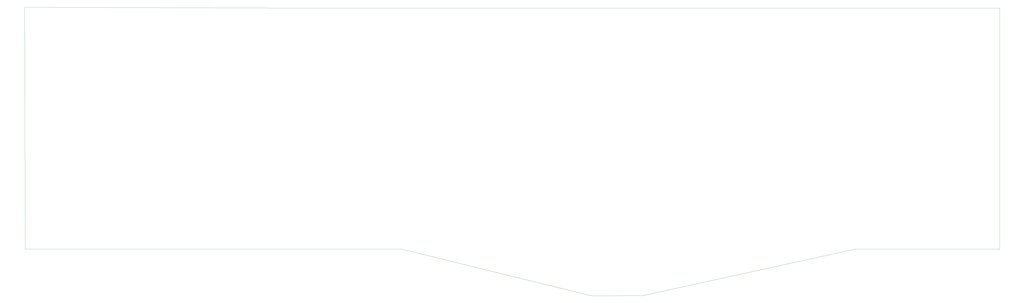
<source format=gbr>
%TF.GenerationSoftware,KiCad,Pcbnew,(5.1.10)-1*%
%TF.CreationDate,2021-06-19T21:53:37-07:00*%
%TF.ProjectId,HSC_Alice,4853435f-416c-4696-9365-2e6b69636164,rev?*%
%TF.SameCoordinates,Original*%
%TF.FileFunction,Profile,NP*%
%FSLAX46Y46*%
G04 Gerber Fmt 4.6, Leading zero omitted, Abs format (unit mm)*
G04 Created by KiCad (PCBNEW (5.1.10)-1) date 2021-06-19 21:53:37*
%MOMM*%
%LPD*%
G01*
G04 APERTURE LIST*
%TA.AperFunction,Profile*%
%ADD10C,0.050000*%
%TD*%
G04 APERTURE END LIST*
D10*
X-361188000Y-196951600D02*
X-256032000Y-173888400D01*
X-386181600Y-196977000D02*
X-361188000Y-196951600D01*
X-480187000Y-173863000D02*
X-386181600Y-196977000D01*
X-666369000Y-54356000D02*
X-665988000Y-173863000D01*
X-532587200Y-54813200D02*
X-666369000Y-54356000D01*
X-282676600Y-54787800D02*
X-532587200Y-54813200D01*
X-184658000Y-54787800D02*
X-282676600Y-54787800D01*
X-184658000Y-173863000D02*
X-184658000Y-54787800D01*
X-256032000Y-173888400D02*
X-184658000Y-173863000D01*
X-665988000Y-173863000D02*
X-480187000Y-173863000D01*
M02*

</source>
